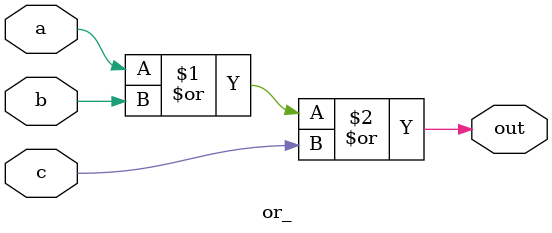
<source format=v>
module or_(out, a, b, c);

	input a,b,c;
	output out;

	assign out = a | b | c;
endmodule

</source>
